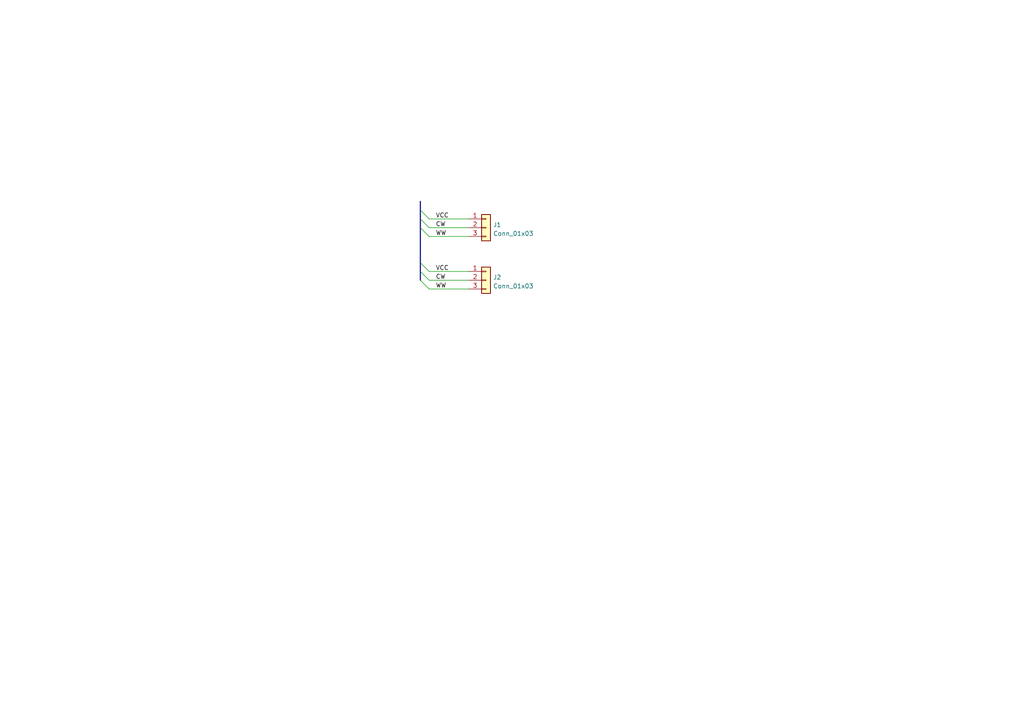
<source format=kicad_sch>
(kicad_sch (version 20250114) (generator "eeschema") (generator_version "9.0")
  (paper "A4")
  (lib_symbols
    (symbol "Connector_Generic:Conn_01x03" (pin_names (offset 1.016) (hide yes))
      (property "Reference" "J" (at 0 5.08 0))
      (property "Value" "Conn_01x03" (at 0 -5.08 0))
      (symbol "Conn_01x03_1_1"
        (rectangle (start -1.27 3.81) (end 1.27 -3.81) (stroke (width 0.254)) (fill (type background)))
        (rectangle (start -1.27 2.667) (end 0 2.413) (stroke (width 0.1524)))
        (rectangle (start -1.27 0.127) (end 0 -0.127) (stroke (width 0.1524)))
        (rectangle (start -1.27 -2.413) (end 0 -2.667) (stroke (width 0.1524)))
        (pin passive line (at -5.08 2.54 0) (length 3.81) (name "Pin_1") (number "1"))
        (pin passive line (at -5.08 0 0) (length 3.81) (name "Pin_2") (number "2"))
        (pin passive line (at -5.08 -2.54 0) (length 3.81) (name "Pin_3") (number "3"))
      )
    )
  )
  (bus_entry (at 121.92 60.96) (size 2.54 2.54))
  (bus_entry (at 121.92 81.28) (size 2.54 2.54))
  (bus_entry (at 121.92 76.2) (size 2.54 2.54))
  (bus_entry (at 121.92 63.5) (size 2.54 2.54))
  (bus_entry (at 121.92 78.74) (size 2.54 2.54))
  (bus_entry (at 121.92 66.04) (size 2.54 2.54))
  (wire (pts (xy 124.46 83.82) (xy 135.89 83.82)))
  (wire (pts (xy 124.46 66.04) (xy 135.89 66.04)))
  (wire (pts (xy 124.46 63.5) (xy 135.89 63.5)))
  (bus (pts (xy 121.92 66.04) (xy 121.92 76.2)))
  (wire (pts (xy 124.46 81.28) (xy 135.89 81.28)))
  (bus (pts (xy 121.92 76.2) (xy 121.92 78.74)))
  (wire (pts (xy 124.46 68.58) (xy 135.89 68.58)))
  (bus (pts (xy 121.92 63.5) (xy 121.92 66.04)))
  (bus (pts (xy 121.92 78.74) (xy 121.92 81.28)))
  (bus (pts (xy 121.92 60.96) (xy 121.92 63.5)))
  (wire (pts (xy 124.46 78.74) (xy 135.89 78.74)))
  (bus (pts (xy 121.92 58.42) (xy 121.92 60.96)))
  (label "WW" (at 126.365 83.82 0))
  (label "VCC" (at 126.365 63.5 0))
  (label "CW" (at 126.365 81.28 0))
  (label "VCC" (at 126.365 78.74 0))
  (label "CW" (at 126.365 66.04 0))
  (label "WW" (at 126.365 68.58 0))
  (symbol (lib_id "Connector_Generic:Conn_01x03") (at 140.97 66.04 0) (unit 1)
    (property "Reference" "J1" (at 143.002 65.2053 0) (effects (justify left)))
    (property "Value" "Conn_01x03" (at 143.002 67.7422 0) (effects (justify left)))
    (property "Footprint" "Connector_JST:JST_XH_S3B-XH-A-1_1x03_P2.50mm_Horizontal" (effects (hide yes)))
  )
  (symbol (lib_id "Connector_Generic:Conn_01x03") (at 140.97 81.28 0) (unit 1)
    (property "Reference" "J2" (at 143.002 80.4453 0) (effects (justify left)))
    (property "Value" "Conn_01x03" (at 143.002 82.9822 0) (effects (justify left)))
    (property "Footprint" "Connector_JST:JST_XH_S3B-XH-A-1_1x03_P2.50mm_Horizontal" (effects (hide yes)))
  )
)
</source>
